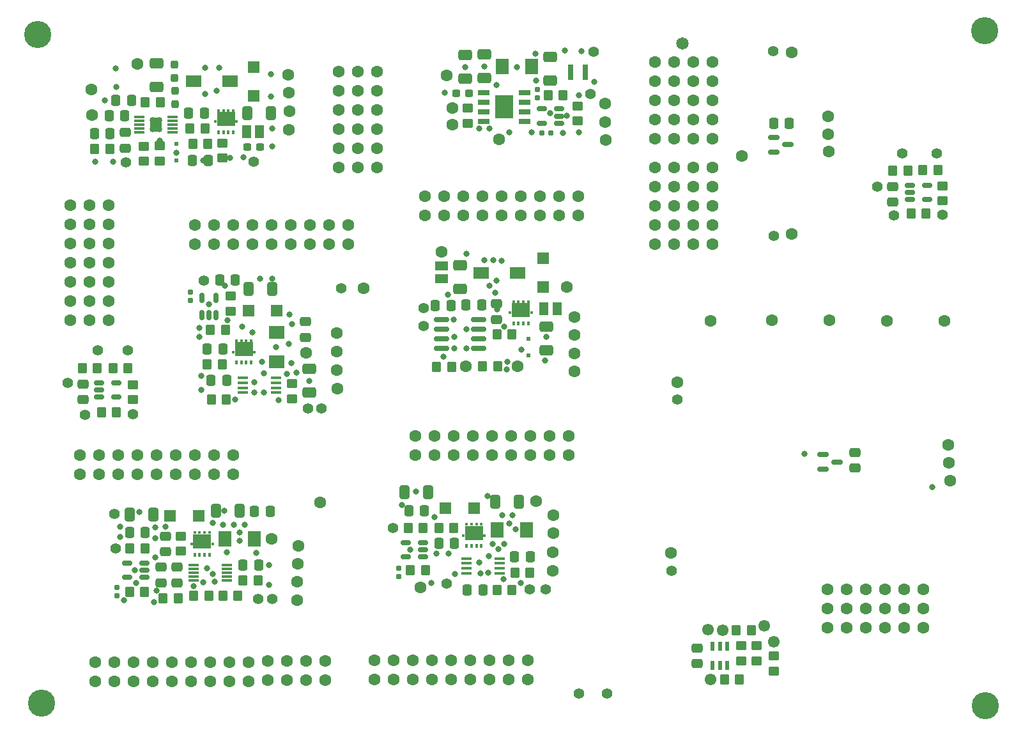
<source format=gbr>
%TF.GenerationSoftware,KiCad,Pcbnew,(6.0.4)*%
%TF.CreationDate,2022-12-17T07:05:36+03:00*%
%TF.ProjectId,Main_PCB_002,4d61696e-5f50-4434-925f-3030322e6b69,rev?*%
%TF.SameCoordinates,Original*%
%TF.FileFunction,Soldermask,Top*%
%TF.FilePolarity,Negative*%
%FSLAX46Y46*%
G04 Gerber Fmt 4.6, Leading zero omitted, Abs format (unit mm)*
G04 Created by KiCad (PCBNEW (6.0.4)) date 2022-12-17 07:05:36*
%MOMM*%
%LPD*%
G01*
G04 APERTURE LIST*
G04 Aperture macros list*
%AMRoundRect*
0 Rectangle with rounded corners*
0 $1 Rounding radius*
0 $2 $3 $4 $5 $6 $7 $8 $9 X,Y pos of 4 corners*
0 Add a 4 corners polygon primitive as box body*
4,1,4,$2,$3,$4,$5,$6,$7,$8,$9,$2,$3,0*
0 Add four circle primitives for the rounded corners*
1,1,$1+$1,$2,$3*
1,1,$1+$1,$4,$5*
1,1,$1+$1,$6,$7*
1,1,$1+$1,$8,$9*
0 Add four rect primitives between the rounded corners*
20,1,$1+$1,$2,$3,$4,$5,0*
20,1,$1+$1,$4,$5,$6,$7,0*
20,1,$1+$1,$6,$7,$8,$9,0*
20,1,$1+$1,$8,$9,$2,$3,0*%
G04 Aperture macros list end*
%ADD10C,1.600000*%
%ADD11C,1.400000*%
%ADD12RoundRect,0.155000X-0.155000X0.212500X-0.155000X-0.212500X0.155000X-0.212500X0.155000X0.212500X0*%
%ADD13C,1.650000*%
%ADD14RoundRect,0.250000X0.337500X0.475000X-0.337500X0.475000X-0.337500X-0.475000X0.337500X-0.475000X0*%
%ADD15RoundRect,0.150000X0.512500X0.150000X-0.512500X0.150000X-0.512500X-0.150000X0.512500X-0.150000X0*%
%ADD16R,1.400000X0.300000*%
%ADD17R,1.570000X1.880000*%
%ADD18RoundRect,0.250000X-0.337500X-0.475000X0.337500X-0.475000X0.337500X0.475000X-0.337500X0.475000X0*%
%ADD19RoundRect,0.250000X-0.350000X-0.450000X0.350000X-0.450000X0.350000X0.450000X-0.350000X0.450000X0*%
%ADD20R,1.200000X1.800000*%
%ADD21R,1.525000X0.650000*%
%ADD22R,2.400000X3.100000*%
%ADD23RoundRect,0.250000X-0.450000X0.350000X-0.450000X-0.350000X0.450000X-0.350000X0.450000X0.350000X0*%
%ADD24R,0.500000X0.500000*%
%ADD25R,1.400000X0.450000*%
%ADD26R,1.530000X1.630000*%
%ADD27R,0.350000X0.500000*%
%ADD28R,0.400000X0.300000*%
%ADD29R,0.380000X0.430000*%
%ADD30R,2.450000X1.980000*%
%ADD31RoundRect,0.250000X-0.412500X-0.650000X0.412500X-0.650000X0.412500X0.650000X-0.412500X0.650000X0*%
%ADD32RoundRect,0.250000X0.475000X-0.337500X0.475000X0.337500X-0.475000X0.337500X-0.475000X-0.337500X0*%
%ADD33RoundRect,0.155000X-0.212500X-0.155000X0.212500X-0.155000X0.212500X0.155000X-0.212500X0.155000X0*%
%ADD34RoundRect,0.250000X0.450000X-0.350000X0.450000X0.350000X-0.450000X0.350000X-0.450000X-0.350000X0*%
%ADD35RoundRect,0.150000X-0.825000X-0.150000X0.825000X-0.150000X0.825000X0.150000X-0.825000X0.150000X0*%
%ADD36R,2.100000X1.800000*%
%ADD37R,2.150000X1.600000*%
%ADD38RoundRect,0.250000X0.350000X0.450000X-0.350000X0.450000X-0.350000X-0.450000X0.350000X-0.450000X0*%
%ADD39RoundRect,0.150000X-0.512500X-0.150000X0.512500X-0.150000X0.512500X0.150000X-0.512500X0.150000X0*%
%ADD40RoundRect,0.250000X-0.650000X0.412500X-0.650000X-0.412500X0.650000X-0.412500X0.650000X0.412500X0*%
%ADD41R,1.630000X1.530000*%
%ADD42RoundRect,0.250000X0.650000X-0.412500X0.650000X0.412500X-0.650000X0.412500X-0.650000X-0.412500X0*%
%ADD43RoundRect,0.250000X-0.475000X0.337500X-0.475000X-0.337500X0.475000X-0.337500X0.475000X0.337500X0*%
%ADD44RoundRect,0.150000X-0.587500X-0.150000X0.587500X-0.150000X0.587500X0.150000X-0.587500X0.150000X0*%
%ADD45R,1.800000X2.100000*%
%ADD46C,1.550000*%
%ADD47R,1.800000X1.200000*%
%ADD48RoundRect,0.237500X0.300000X0.237500X-0.300000X0.237500X-0.300000X-0.237500X0.300000X-0.237500X0*%
%ADD49R,0.600000X1.250000*%
%ADD50C,3.600000*%
%ADD51RoundRect,0.250000X0.412500X0.650000X-0.412500X0.650000X-0.412500X-0.650000X0.412500X-0.650000X0*%
%ADD52RoundRect,0.237500X-0.237500X0.300000X-0.237500X-0.300000X0.237500X-0.300000X0.237500X0.300000X0*%
%ADD53RoundRect,0.237500X0.237500X-0.300000X0.237500X0.300000X-0.237500X0.300000X-0.237500X-0.300000X0*%
%ADD54RoundRect,0.150000X0.150000X-0.512500X0.150000X0.512500X-0.150000X0.512500X-0.150000X-0.512500X0*%
%ADD55R,0.800000X2.000000*%
%ADD56RoundRect,0.155000X0.155000X-0.212500X0.155000X0.212500X-0.155000X0.212500X-0.155000X-0.212500X0*%
%ADD57C,0.800000*%
G04 APERTURE END LIST*
D10*
%TO.C,*%
X137160000Y-113030000D03*
%TD*%
D11*
%TO.C,D104*%
X131927600Y-130810000D03*
%TD*%
D12*
%TO.C,C44*%
X114619200Y-127955453D03*
X114619200Y-129090453D03*
%TD*%
D13*
%TO.C,U3*%
X152222200Y-58470800D03*
%TD*%
D10*
%TO.C,*%
X134620000Y-110490000D03*
%TD*%
%TO.C,D95*%
X171516100Y-68097700D03*
%TD*%
D11*
%TO.C,D11*%
X95361000Y-74142600D03*
%TD*%
D10*
%TO.C,*%
X184150000Y-133350000D03*
%TD*%
D14*
%TO.C,C38*%
X121974700Y-124687553D03*
X119899700Y-124687553D03*
%TD*%
D10*
%TO.C,*%
X179324000Y-95250000D03*
%TD*%
D15*
%TO.C,U6*%
X80900493Y-129180813D03*
X80900493Y-128230813D03*
X80900493Y-127280813D03*
X78625493Y-127280813D03*
X78625493Y-129180813D03*
%TD*%
D16*
%TO.C,IC1*%
X80257800Y-68215000D03*
X80257800Y-68715000D03*
X80257800Y-69215000D03*
X80257800Y-69715000D03*
X80257800Y-70215000D03*
X84657800Y-70215000D03*
X84657800Y-69715000D03*
X84657800Y-69215000D03*
X84657800Y-68715000D03*
X84657800Y-68215000D03*
D17*
X82457800Y-69215000D03*
%TD*%
D10*
%TO.C,*%
X181610000Y-135890000D03*
%TD*%
%TO.C,*%
X81991200Y-140385800D03*
%TD*%
%TO.C,*%
X74371200Y-142925800D03*
%TD*%
%TO.C,*%
X82550000Y-113030000D03*
%TD*%
%TO.C,*%
X84531200Y-140385800D03*
%TD*%
%TO.C,*%
X111760000Y-69850000D03*
%TD*%
%TO.C,*%
X130810000Y-81280000D03*
%TD*%
%TO.C,*%
X151130000Y-82550000D03*
%TD*%
%TO.C,D96*%
X171516100Y-70459900D03*
%TD*%
D18*
%TO.C,C9*%
X86775800Y-67691000D03*
X88850800Y-67691000D03*
%TD*%
D10*
%TO.C,*%
X81991200Y-142925800D03*
%TD*%
%TO.C,*%
X106680000Y-74930000D03*
%TD*%
%TO.C,*%
X71043800Y-82448400D03*
%TD*%
%TO.C,D4*%
X79994000Y-61214000D03*
%TD*%
%TO.C,*%
X85090000Y-115570000D03*
%TD*%
D19*
%TO.C,R35*%
X75191928Y-107330200D03*
X77191928Y-107330200D03*
%TD*%
D10*
%TO.C,*%
X92151200Y-140385800D03*
%TD*%
D20*
%TO.C,L7*%
X133859800Y-93624400D03*
X135559800Y-93624400D03*
%TD*%
D21*
%TO.C,IC2*%
X125850000Y-64953300D03*
X125850000Y-66223300D03*
X125850000Y-67493300D03*
X125850000Y-68763300D03*
X131274000Y-68763300D03*
X131274000Y-67493300D03*
X131274000Y-66223300D03*
X131274000Y-64953300D03*
D22*
X128562000Y-66858300D03*
%TD*%
D23*
%TO.C,R33*%
X186690000Y-77305850D03*
X186690000Y-79305850D03*
%TD*%
D19*
%TO.C,R14*%
X83380293Y-131939213D03*
X85380293Y-131939213D03*
%TD*%
D10*
%TO.C,*%
X156210000Y-68580000D03*
%TD*%
%TO.C,D65*%
X101153693Y-132202613D03*
%TD*%
%TO.C,*%
X95250000Y-85090000D03*
%TD*%
%TO.C,*%
X109220000Y-74930000D03*
%TD*%
D24*
%TO.C,Z1*%
X85175600Y-73998000D03*
X85175600Y-71798000D03*
%TD*%
D25*
%TO.C,IC5*%
X123588600Y-126684353D03*
X123588600Y-127334353D03*
X123588600Y-127984353D03*
X123588600Y-128634353D03*
X127988600Y-128634353D03*
X127988600Y-127984353D03*
X127988600Y-127334353D03*
X127988600Y-126684353D03*
%TD*%
D10*
%TO.C,*%
X173990000Y-133350000D03*
%TD*%
%TO.C,*%
X153670000Y-71120000D03*
%TD*%
D26*
%TO.C,D45*%
X120810200Y-120013953D03*
X124610200Y-120013953D03*
%TD*%
D11*
%TO.C,D14*%
X150777000Y-128306000D03*
%TD*%
D10*
%TO.C,*%
X132080000Y-110490000D03*
%TD*%
%TO.C,*%
X80010000Y-113030000D03*
%TD*%
D27*
%TO.C,Q5*%
X93106600Y-100732900D03*
X93756600Y-100732900D03*
X94406600Y-100732900D03*
X95056600Y-100732900D03*
D28*
X95056600Y-97832900D03*
X94406600Y-97832900D03*
X93756600Y-97832900D03*
X93106600Y-97832900D03*
D29*
X92666600Y-99332900D03*
D30*
X94081600Y-98972900D03*
D29*
X95496600Y-99332900D03*
%TD*%
D10*
%TO.C,D62*%
X101269800Y-124993400D03*
%TD*%
%TO.C,*%
X71043800Y-95148400D03*
%TD*%
%TO.C,*%
X71043800Y-92608400D03*
%TD*%
%TO.C,*%
X95250000Y-82550000D03*
%TD*%
%TO.C,*%
X111760000Y-64770000D03*
%TD*%
D19*
%TO.C,R39*%
X159299400Y-136210800D03*
X161299400Y-136210800D03*
%TD*%
D10*
%TO.C,*%
X164084000Y-95123000D03*
%TD*%
%TO.C,*%
X171450000Y-130810000D03*
%TD*%
D31*
%TO.C,C41*%
X94716600Y-90983200D03*
X97841600Y-90983200D03*
%TD*%
D11*
%TO.C,D101*%
X97826293Y-132024813D03*
%TD*%
D10*
%TO.C,*%
X97790000Y-85090000D03*
%TD*%
D18*
%TO.C,C1*%
X74286800Y-70383400D03*
X76361800Y-70383400D03*
%TD*%
D32*
%TO.C,C37*%
X102260400Y-97409400D03*
X102260400Y-95334400D03*
%TD*%
D10*
%TO.C,*%
X129133600Y-140182600D03*
%TD*%
D18*
%TO.C,C3*%
X77131600Y-65963800D03*
X79206600Y-65963800D03*
%TD*%
D33*
%TO.C,C22*%
X133607900Y-70346800D03*
X134742900Y-70346800D03*
%TD*%
D10*
%TO.C,*%
X138430000Y-81280000D03*
%TD*%
%TO.C,D2*%
X127863600Y-71170800D03*
%TD*%
%TO.C,*%
X135890000Y-78740000D03*
%TD*%
D19*
%TO.C,R3*%
X74311000Y-72440800D03*
X76311000Y-72440800D03*
%TD*%
D10*
%TO.C,*%
X87630000Y-85090000D03*
%TD*%
%TO.C,*%
X151130000Y-80010000D03*
%TD*%
%TO.C,*%
X106680000Y-72390000D03*
%TD*%
%TO.C,*%
X156210000Y-77470000D03*
%TD*%
%TO.C,*%
X173990000Y-130810000D03*
%TD*%
%TO.C,*%
X85090000Y-113030000D03*
%TD*%
D32*
%TO.C,C23*%
X83084893Y-129881813D03*
X83084893Y-127806813D03*
%TD*%
D23*
%TO.C,R24*%
X100431600Y-103546800D03*
X100431600Y-105546800D03*
%TD*%
D10*
%TO.C,*%
X153670000Y-66040000D03*
%TD*%
%TO.C,*%
X76123800Y-84988400D03*
%TD*%
D11*
%TO.C,D107*%
X117906800Y-95859600D03*
%TD*%
D10*
%TO.C,*%
X118973600Y-142722600D03*
%TD*%
D12*
%TO.C,C31*%
X77268293Y-130482713D03*
X77268293Y-131617713D03*
%TD*%
D34*
%TO.C,R40*%
X159994600Y-140258800D03*
X159994600Y-138258800D03*
%TD*%
D11*
%TO.C,D13*%
X140423800Y-59551800D03*
%TD*%
D10*
%TO.C,D98*%
X121742200Y-67005200D03*
%TD*%
%TO.C,*%
X99796600Y-140284200D03*
%TD*%
D35*
%TO.C,D20*%
X120257800Y-95066600D03*
X120257800Y-96336600D03*
X120257800Y-97606600D03*
X120257800Y-98876600D03*
X125207800Y-98876600D03*
X125207800Y-97606600D03*
X125207800Y-96336600D03*
X125207800Y-95066600D03*
%TD*%
D36*
%TO.C,L10*%
X98399600Y-100604000D03*
X98399600Y-96704000D03*
%TD*%
D10*
%TO.C,*%
X76123800Y-90068400D03*
%TD*%
%TO.C,D80*%
X135077200Y-123317000D03*
%TD*%
%TO.C,*%
X111760000Y-72390000D03*
%TD*%
%TO.C,*%
X92710000Y-113030000D03*
%TD*%
D34*
%TO.C,R29*%
X92354400Y-93913600D03*
X92354400Y-91913600D03*
%TD*%
D23*
%TO.C,R10*%
X138315600Y-66746600D03*
X138315600Y-68746600D03*
%TD*%
D37*
%TO.C,L6*%
X125527400Y-88874600D03*
X130327400Y-88874600D03*
%TD*%
D11*
%TO.C,D79*%
X72991528Y-107635000D03*
%TD*%
D10*
%TO.C,*%
X137160000Y-110490000D03*
%TD*%
%TO.C,D41*%
X117482800Y-130479800D03*
%TD*%
D38*
%TO.C,R26*%
X91236800Y-100990800D03*
X89236800Y-100990800D03*
%TD*%
D10*
%TO.C,*%
X153670000Y-85090000D03*
%TD*%
%TO.C,*%
X125730000Y-81280000D03*
%TD*%
D39*
%TO.C,U14*%
X182352100Y-77228850D03*
X182352100Y-78178850D03*
X182352100Y-79128850D03*
X184627100Y-79128850D03*
X184627100Y-77228850D03*
%TD*%
D37*
%TO.C,L2*%
X87449200Y-63449200D03*
X92249200Y-63449200D03*
%TD*%
D11*
%TO.C,D102*%
X102539800Y-106807000D03*
%TD*%
D10*
%TO.C,D57*%
X166686200Y-83728200D03*
%TD*%
D11*
%TO.C,D39*%
X77065093Y-125386013D03*
%TD*%
D18*
%TO.C,C25*%
X93981493Y-127570413D03*
X96056493Y-127570413D03*
%TD*%
D10*
%TO.C,*%
X123190000Y-78740000D03*
%TD*%
%TO.C,*%
X128270000Y-78740000D03*
%TD*%
%TO.C,*%
X100330000Y-82550000D03*
%TD*%
D40*
%TO.C,C21*%
X134137400Y-95962200D03*
X134137400Y-99087200D03*
%TD*%
D18*
%TO.C,C32*%
X89720600Y-103124400D03*
X91795600Y-103124400D03*
%TD*%
D10*
%TO.C,*%
X129540000Y-110490000D03*
%TD*%
%TO.C,D75*%
X137924300Y-97104200D03*
%TD*%
%TO.C,*%
X148590000Y-80010000D03*
%TD*%
D11*
%TO.C,D40*%
X76912693Y-120788613D03*
%TD*%
D10*
%TO.C,*%
X79451200Y-142925800D03*
%TD*%
%TO.C,*%
X73583800Y-92608400D03*
%TD*%
%TO.C,*%
X111760000Y-74930000D03*
%TD*%
D25*
%TO.C,IC4*%
X93944000Y-102784400D03*
X93944000Y-103434400D03*
X93944000Y-104084400D03*
X93944000Y-104734400D03*
X98344000Y-104734400D03*
X98344000Y-104084400D03*
X98344000Y-103434400D03*
X98344000Y-102784400D03*
%TD*%
D10*
%TO.C,*%
X106680000Y-64770000D03*
%TD*%
%TO.C,*%
X109220000Y-69850000D03*
%TD*%
D41*
%TO.C,D21*%
X133756400Y-90723800D03*
X133756400Y-86923800D03*
%TD*%
D10*
%TO.C,*%
X156210000Y-66040000D03*
%TD*%
%TO.C,*%
X156210000Y-85090000D03*
%TD*%
%TO.C,*%
X179070000Y-130810000D03*
%TD*%
%TO.C,*%
X90170000Y-85090000D03*
%TD*%
%TO.C,*%
X176530000Y-130810000D03*
%TD*%
D40*
%TO.C,C35*%
X102768400Y-101574200D03*
X102768400Y-104699200D03*
%TD*%
D10*
%TO.C,*%
X148590000Y-63500000D03*
%TD*%
%TO.C,*%
X148590000Y-68580000D03*
%TD*%
D42*
%TO.C,C7*%
X123380400Y-63107800D03*
X123380400Y-59982800D03*
%TD*%
D10*
%TO.C,*%
X138430000Y-78740000D03*
%TD*%
%TO.C,*%
X99796600Y-142824200D03*
%TD*%
%TO.C,*%
X121920000Y-113030000D03*
%TD*%
%TO.C,*%
X102336600Y-140284200D03*
%TD*%
%TO.C,D37*%
X104176293Y-119274013D03*
%TD*%
%TO.C,*%
X109220000Y-64770000D03*
%TD*%
%TO.C,*%
X176530000Y-133350000D03*
%TD*%
D43*
%TO.C,C61*%
X154178000Y-138526100D03*
X154178000Y-140601100D03*
%TD*%
D23*
%TO.C,R1*%
X82965800Y-72050400D03*
X82965800Y-74050400D03*
%TD*%
D41*
%TO.C,D12*%
X95411800Y-65400000D03*
X95411800Y-61600000D03*
%TD*%
D10*
%TO.C,*%
X124460000Y-113030000D03*
%TD*%
D32*
%TO.C,C19*%
X127584200Y-95021400D03*
X127584200Y-92946400D03*
%TD*%
D10*
%TO.C,*%
X92710000Y-85090000D03*
%TD*%
D19*
%TO.C,R21*%
X89770200Y-105613600D03*
X91770200Y-105613600D03*
%TD*%
D10*
%TO.C,*%
X102336600Y-142824200D03*
%TD*%
%TO.C,*%
X73583800Y-87528400D03*
%TD*%
%TO.C,D5*%
X120942000Y-62726800D03*
%TD*%
%TO.C,D68*%
X100085400Y-67411600D03*
%TD*%
%TO.C,*%
X73583800Y-79908400D03*
%TD*%
%TO.C,*%
X100330000Y-85090000D03*
%TD*%
D11*
%TO.C,D51*%
X113825200Y-122605800D03*
%TD*%
D10*
%TO.C,*%
X97256600Y-142824200D03*
%TD*%
%TO.C,*%
X151130000Y-77470000D03*
%TD*%
%TO.C,*%
X87071200Y-142925800D03*
%TD*%
%TO.C,D92*%
X187450800Y-111641200D03*
%TD*%
%TO.C,*%
X76123800Y-95148400D03*
%TD*%
D44*
%TO.C,U22*%
X170782200Y-112941600D03*
X170782200Y-114841600D03*
X172657200Y-113891600D03*
%TD*%
D40*
%TO.C,C18*%
X122758200Y-87820100D03*
X122758200Y-90945100D03*
%TD*%
D32*
%TO.C,C24*%
X85243893Y-129903313D03*
X85243893Y-127828313D03*
%TD*%
D10*
%TO.C,D23*%
X136906000Y-90703400D03*
%TD*%
D11*
%TO.C,D71*%
X186613800Y-81176050D03*
%TD*%
D31*
%TO.C,C13*%
X94535100Y-67665600D03*
X97660100Y-67665600D03*
%TD*%
D45*
%TO.C,L3*%
X128313800Y-61533000D03*
X132213800Y-61533000D03*
%TD*%
D10*
%TO.C,*%
X113893600Y-142722600D03*
%TD*%
%TO.C,D44*%
X109956600Y-90932000D03*
%TD*%
%TO.C,*%
X72390000Y-115570000D03*
%TD*%
%TO.C,D97*%
X171541500Y-72796700D03*
%TD*%
%TO.C,D50*%
X150677000Y-125956000D03*
%TD*%
%TO.C,D17*%
X73923400Y-67919600D03*
%TD*%
D11*
%TO.C,D89*%
X70781728Y-103393200D03*
%TD*%
D10*
%TO.C,*%
X135890000Y-81280000D03*
%TD*%
%TO.C,*%
X106680000Y-67310000D03*
%TD*%
%TO.C,*%
X71043800Y-79908400D03*
%TD*%
%TO.C,*%
X89611200Y-142925800D03*
%TD*%
D19*
%TO.C,R16*%
X91289093Y-131583613D03*
X93289093Y-131583613D03*
%TD*%
D10*
%TO.C,*%
X92710000Y-82550000D03*
%TD*%
D11*
%TO.C,D78*%
X181279800Y-72997250D03*
%TD*%
D46*
%TO.C,U27*%
X164287200Y-137734800D03*
%TD*%
D10*
%TO.C,D58*%
X151550200Y-103310000D03*
%TD*%
D27*
%TO.C,Q2*%
X129809600Y-95550900D03*
X130459600Y-95550900D03*
X131109600Y-95550900D03*
X131759600Y-95550900D03*
D28*
X131759600Y-92650900D03*
X131109600Y-92650900D03*
X130459600Y-92650900D03*
X129809600Y-92650900D03*
D29*
X129369600Y-94150900D03*
D30*
X130784600Y-93790900D03*
D29*
X132199600Y-94150900D03*
%TD*%
D10*
%TO.C,*%
X129540000Y-113030000D03*
%TD*%
%TO.C,*%
X94691200Y-140385800D03*
%TD*%
D19*
%TO.C,R4*%
X81026000Y-66294000D03*
X83026000Y-66294000D03*
%TD*%
D10*
%TO.C,*%
X111760000Y-67310000D03*
%TD*%
%TO.C,D67*%
X100034600Y-64973200D03*
%TD*%
D27*
%TO.C,Q1*%
X90728400Y-70234000D03*
X91378400Y-70234000D03*
X92028400Y-70234000D03*
X92678400Y-70234000D03*
D28*
X92678400Y-67334000D03*
X92028400Y-67334000D03*
X91378400Y-67334000D03*
X90728400Y-67334000D03*
D29*
X90288400Y-68834000D03*
D30*
X91703400Y-68474000D03*
D29*
X93118400Y-68834000D03*
%TD*%
D10*
%TO.C,*%
X104876600Y-142824200D03*
%TD*%
D19*
%TO.C,R13*%
X125685800Y-101244400D03*
X127685800Y-101244400D03*
%TD*%
D10*
%TO.C,*%
X156210000Y-82550000D03*
%TD*%
D19*
%TO.C,R15*%
X87428293Y-131583613D03*
X89428293Y-131583613D03*
%TD*%
D10*
%TO.C,*%
X76123800Y-82448400D03*
%TD*%
%TO.C,*%
X179070000Y-135890000D03*
%TD*%
%TO.C,*%
X116840000Y-113030000D03*
%TD*%
%TO.C,D69*%
X100034600Y-69875400D03*
%TD*%
D11*
%TO.C,D8*%
X164276200Y-83916000D03*
%TD*%
D46*
%TO.C,U25*%
X155575000Y-136134600D03*
%TD*%
D10*
%TO.C,*%
X92151200Y-142925800D03*
%TD*%
%TO.C,D42*%
X132799000Y-119126000D03*
%TD*%
%TO.C,*%
X134620000Y-113030000D03*
%TD*%
D38*
%TO.C,R11*%
X129600200Y-97016700D03*
X127600200Y-97016700D03*
%TD*%
D10*
%TO.C,*%
X156210000Y-80010000D03*
%TD*%
%TO.C,D81*%
X135026400Y-125831600D03*
%TD*%
%TO.C,*%
X153670000Y-74930000D03*
%TD*%
D19*
%TO.C,R28*%
X116152600Y-128268953D03*
X118152600Y-128268953D03*
%TD*%
D47*
%TO.C,L5*%
X120294400Y-87910300D03*
X120294400Y-89610300D03*
%TD*%
D34*
%TO.C,R5*%
X123736000Y-69010000D03*
X123736000Y-67010000D03*
%TD*%
D40*
%TO.C,C8*%
X82534000Y-61061600D03*
X82534000Y-64186600D03*
%TD*%
D19*
%TO.C,R12*%
X119640600Y-101295200D03*
X121640600Y-101295200D03*
%TD*%
D10*
%TO.C,*%
X151130000Y-66040000D03*
%TD*%
D18*
%TO.C,C4*%
X76217200Y-68021200D03*
X78292200Y-68021200D03*
%TD*%
D10*
%TO.C,*%
X89611200Y-140385800D03*
%TD*%
%TO.C,*%
X73583800Y-84988400D03*
%TD*%
D46*
%TO.C,U28*%
X163068000Y-135601200D03*
%TD*%
D10*
%TO.C,D85*%
X106426000Y-99263200D03*
%TD*%
D45*
%TO.C,L9*%
X131548600Y-122934953D03*
X127648600Y-122934953D03*
%TD*%
D10*
%TO.C,*%
X121513600Y-140182600D03*
%TD*%
%TO.C,*%
X156210000Y-60960000D03*
%TD*%
%TO.C,D82*%
X135026400Y-128346200D03*
%TD*%
D44*
%TO.C,U23*%
X164300900Y-70932300D03*
X164300900Y-72832300D03*
X166175900Y-71882300D03*
%TD*%
D15*
%TO.C,U1*%
X135846300Y-69036200D03*
X135846300Y-68086200D03*
X135846300Y-67136200D03*
X133571300Y-67136200D03*
X133571300Y-69036200D03*
%TD*%
D10*
%TO.C,D99*%
X121716800Y-69189600D03*
%TD*%
%TO.C,*%
X148590000Y-66040000D03*
%TD*%
%TO.C,*%
X74930000Y-115570000D03*
%TD*%
D34*
%TO.C,R2*%
X80857600Y-74085200D03*
X80857600Y-72085200D03*
%TD*%
D14*
%TO.C,C20*%
X125573700Y-93065600D03*
X123498700Y-93065600D03*
%TD*%
%TO.C,C39*%
X91287600Y-98908000D03*
X89212600Y-98908000D03*
%TD*%
D10*
%TO.C,*%
X111353600Y-142722600D03*
%TD*%
D26*
%TO.C,D46*%
X94670800Y-93853400D03*
X98470800Y-93853400D03*
%TD*%
D10*
%TO.C,D36*%
X97750093Y-124074613D03*
%TD*%
%TO.C,*%
X77470000Y-113030000D03*
%TD*%
%TO.C,*%
X107950000Y-82550000D03*
%TD*%
D11*
%TO.C,D53*%
X88747600Y-89916400D03*
%TD*%
D48*
%TO.C,C6*%
X123938100Y-65038200D03*
X122213100Y-65038200D03*
%TD*%
D10*
%TO.C,*%
X184150000Y-130810000D03*
%TD*%
D32*
%TO.C,C51*%
X180086000Y-79470350D03*
X180086000Y-77395350D03*
%TD*%
D10*
%TO.C,*%
X97790000Y-82550000D03*
%TD*%
D19*
%TO.C,R17*%
X93981493Y-129602413D03*
X95981493Y-129602413D03*
%TD*%
D11*
%TO.C,D72*%
X178028600Y-77416850D03*
%TD*%
D19*
%TO.C,R31*%
X182473600Y-81023650D03*
X184473600Y-81023650D03*
%TD*%
D10*
%TO.C,*%
X133350000Y-81280000D03*
%TD*%
%TO.C,*%
X87630000Y-82550000D03*
%TD*%
D19*
%TO.C,R7*%
X87315800Y-71771000D03*
X89315800Y-71771000D03*
%TD*%
%TO.C,R20*%
X78925893Y-131075613D03*
X80925893Y-131075613D03*
%TD*%
D11*
%TO.C,D100*%
X95972093Y-132024813D03*
%TD*%
D49*
%TO.C,IC6*%
X156199800Y-140813600D03*
X157149800Y-140813600D03*
X158099800Y-140813600D03*
X158099800Y-138313600D03*
X157149800Y-138313600D03*
X156199800Y-138313600D03*
%TD*%
D10*
%TO.C,*%
X105410000Y-85090000D03*
%TD*%
%TO.C,D66*%
X99983800Y-62611000D03*
%TD*%
%TO.C,*%
X105410000Y-82550000D03*
%TD*%
D50*
%TO.C,U4*%
X67259200Y-145872200D03*
%TD*%
D10*
%TO.C,*%
X104876600Y-140284200D03*
%TD*%
%TO.C,*%
X76911200Y-140385800D03*
%TD*%
D14*
%TO.C,C30*%
X80998193Y-123201613D03*
X78923193Y-123201613D03*
%TD*%
D10*
%TO.C,*%
X148590000Y-82550000D03*
%TD*%
%TO.C,*%
X109220000Y-62230000D03*
%TD*%
D50*
%TO.C,D3*%
X192250000Y-56800000D03*
%TD*%
D11*
%TO.C,D15*%
X151550200Y-105596000D03*
%TD*%
D10*
%TO.C,*%
X113893600Y-140182600D03*
%TD*%
D18*
%TO.C,C17*%
X119438600Y-93167200D03*
X121513600Y-93167200D03*
%TD*%
D10*
%TO.C,*%
X121920000Y-110490000D03*
%TD*%
D51*
%TO.C,C40*%
X118498800Y-117880353D03*
X115373800Y-117880353D03*
%TD*%
D11*
%TO.C,D10*%
X142220200Y-144529600D03*
%TD*%
D10*
%TO.C,*%
X171450000Y-135890000D03*
%TD*%
D39*
%TO.C,U21*%
X74876628Y-103408400D03*
X74876628Y-104358400D03*
X74876628Y-105308400D03*
X77151628Y-105308400D03*
X77151628Y-103408400D03*
%TD*%
D10*
%TO.C,*%
X123190000Y-81280000D03*
%TD*%
%TO.C,*%
X173990000Y-135890000D03*
%TD*%
%TO.C,*%
X116433600Y-140182600D03*
%TD*%
D14*
%TO.C,C42*%
X118016200Y-120394953D03*
X115941200Y-120394953D03*
%TD*%
D10*
%TO.C,D76*%
X137922000Y-99517200D03*
%TD*%
%TO.C,*%
X148590000Y-77470000D03*
%TD*%
D52*
%TO.C,C5*%
X84921600Y-61290200D03*
X84921600Y-63015200D03*
%TD*%
D10*
%TO.C,*%
X148590000Y-85090000D03*
%TD*%
%TO.C,*%
X156210000Y-71120000D03*
%TD*%
D53*
%TO.C,C12*%
X84947000Y-66470700D03*
X84947000Y-64745700D03*
%TD*%
D19*
%TO.C,R6*%
X86953600Y-69748400D03*
X88953600Y-69748400D03*
%TD*%
D10*
%TO.C,D1*%
X73898000Y-64592200D03*
%TD*%
D54*
%TO.C,U8*%
X88508800Y-94432100D03*
X89458800Y-94432100D03*
X90408800Y-94432100D03*
X90408800Y-92157100D03*
X88508800Y-92157100D03*
%TD*%
D26*
%TO.C,D38*%
X84314093Y-120991813D03*
X88114093Y-120991813D03*
%TD*%
D42*
%TO.C,C16*%
X134658000Y-63361800D03*
X134658000Y-60236800D03*
%TD*%
D51*
%TO.C,C29*%
X82056593Y-120864813D03*
X78931593Y-120864813D03*
%TD*%
D10*
%TO.C,*%
X148590000Y-71120000D03*
%TD*%
%TO.C,D55*%
X166686200Y-59649000D03*
%TD*%
%TO.C,*%
X102870000Y-82550000D03*
%TD*%
%TO.C,*%
X102870000Y-85090000D03*
%TD*%
%TO.C,*%
X73583800Y-82448400D03*
%TD*%
%TO.C,*%
X181610000Y-130810000D03*
%TD*%
%TO.C,*%
X128270000Y-81280000D03*
%TD*%
D38*
%TO.C,R25*%
X121923900Y-122655553D03*
X119923900Y-122655553D03*
%TD*%
D10*
%TO.C,*%
X133350000Y-78740000D03*
%TD*%
%TO.C,*%
X121513600Y-142722600D03*
%TD*%
%TO.C,*%
X84531200Y-142925800D03*
%TD*%
D11*
%TO.C,D73*%
X185877200Y-72997250D03*
%TD*%
D10*
%TO.C,*%
X73583800Y-90068400D03*
%TD*%
D11*
%TO.C,D54*%
X106984800Y-90932000D03*
%TD*%
D32*
%TO.C,C58*%
X72762928Y-105649900D03*
X72762928Y-103574900D03*
%TD*%
D10*
%TO.C,*%
X124053600Y-140182600D03*
%TD*%
D20*
%TO.C,L1*%
X96172000Y-70129400D03*
X94472000Y-70129400D03*
%TD*%
D23*
%TO.C,R37*%
X79341528Y-103663200D03*
X79341528Y-105663200D03*
%TD*%
D10*
%TO.C,D19*%
X130327400Y-101258500D03*
%TD*%
%TO.C,*%
X120650000Y-78740000D03*
%TD*%
%TO.C,*%
X130810000Y-78740000D03*
%TD*%
%TO.C,*%
X87071200Y-140385800D03*
%TD*%
%TO.C,*%
X153670000Y-80010000D03*
%TD*%
D11*
%TO.C,D7*%
X164226200Y-59466000D03*
%TD*%
%TO.C,D90*%
X78706528Y-99075200D03*
%TD*%
D10*
%TO.C,*%
X186944000Y-95250000D03*
%TD*%
%TO.C,*%
X148590000Y-74930000D03*
%TD*%
D43*
%TO.C,C59*%
X175095600Y-112625500D03*
X175095600Y-114700500D03*
%TD*%
D38*
%TO.C,R9*%
X136378600Y-65343000D03*
X134378600Y-65343000D03*
%TD*%
D11*
%TO.C,D52*%
X120937200Y-129971800D03*
%TD*%
D19*
%TO.C,R34*%
X184039000Y-75232450D03*
X186039000Y-75232450D03*
%TD*%
D16*
%TO.C,IC3*%
X87463493Y-127586413D03*
X87463493Y-128086413D03*
X87463493Y-128586413D03*
X87463493Y-129086413D03*
X87463493Y-129586413D03*
X91863493Y-129586413D03*
X91863493Y-129086413D03*
X91863493Y-128586413D03*
X91863493Y-128086413D03*
X91863493Y-127586413D03*
%TD*%
D10*
%TO.C,*%
X148590000Y-60960000D03*
%TD*%
D32*
%TO.C,C2*%
X78343000Y-72339200D03*
X78343000Y-70264200D03*
%TD*%
%TO.C,C28*%
X83669093Y-125788513D03*
X83669093Y-123713513D03*
%TD*%
D10*
%TO.C,*%
X97256600Y-140284200D03*
%TD*%
%TO.C,*%
X119380000Y-113030000D03*
%TD*%
D19*
%TO.C,R23*%
X129995600Y-128599153D03*
X131995600Y-128599153D03*
%TD*%
D10*
%TO.C,*%
X74930000Y-113030000D03*
%TD*%
%TO.C,*%
X153670000Y-82550000D03*
%TD*%
%TO.C,*%
X109220000Y-72390000D03*
%TD*%
%TO.C,*%
X90170000Y-82550000D03*
%TD*%
D51*
%TO.C,C34*%
X130538400Y-119201153D03*
X127413400Y-119201153D03*
%TD*%
D38*
%TO.C,R27*%
X117838400Y-122630153D03*
X115838400Y-122630153D03*
%TD*%
D10*
%TO.C,*%
X111353600Y-140182600D03*
%TD*%
D11*
%TO.C,D106*%
X117906800Y-93497400D03*
%TD*%
D10*
%TO.C,*%
X94691200Y-142925800D03*
%TD*%
D18*
%TO.C,C27*%
X95509393Y-120433013D03*
X97584393Y-120433013D03*
%TD*%
D24*
%TO.C,Z2*%
X131826000Y-97604400D03*
X131826000Y-99804400D03*
%TD*%
D10*
%TO.C,*%
X127000000Y-113030000D03*
%TD*%
%TO.C,*%
X87630000Y-113030000D03*
%TD*%
D18*
%TO.C,C60*%
X164273200Y-69037500D03*
X166348200Y-69037500D03*
%TD*%
D10*
%TO.C,*%
X132080000Y-113030000D03*
%TD*%
D45*
%TO.C,L8*%
X95448893Y-124090613D03*
X91548893Y-124090613D03*
%TD*%
D10*
%TO.C,D74*%
X137922000Y-94716600D03*
%TD*%
%TO.C,*%
X176530000Y-135890000D03*
%TD*%
%TO.C,*%
X127000000Y-110490000D03*
%TD*%
%TO.C,*%
X116433600Y-142722600D03*
%TD*%
%TO.C,*%
X184150000Y-135890000D03*
%TD*%
%TO.C,*%
X71043800Y-84988400D03*
%TD*%
D50*
%TO.C,U2*%
X192328800Y-146202400D03*
%TD*%
D10*
%TO.C,D64*%
X101153693Y-129738813D03*
%TD*%
%TO.C,*%
X171450000Y-133350000D03*
%TD*%
%TO.C,*%
X82550000Y-115570000D03*
%TD*%
%TO.C,*%
X179070000Y-133350000D03*
%TD*%
D40*
%TO.C,C15*%
X125945800Y-59945100D03*
X125945800Y-63070100D03*
%TD*%
D10*
%TO.C,*%
X90170000Y-113030000D03*
%TD*%
%TO.C,*%
X156210000Y-63500000D03*
%TD*%
%TO.C,D18*%
X120294400Y-86055200D03*
%TD*%
D38*
%TO.C,R30*%
X91617800Y-96418800D03*
X89617800Y-96418800D03*
%TD*%
D10*
%TO.C,*%
X156210000Y-74930000D03*
%TD*%
%TO.C,D94*%
X187628600Y-116340200D03*
%TD*%
%TO.C,*%
X155956000Y-95250000D03*
%TD*%
D14*
%TO.C,C33*%
X125737800Y-130834353D03*
X123662800Y-130834353D03*
%TD*%
D10*
%TO.C,*%
X90170000Y-115570000D03*
%TD*%
%TO.C,*%
X72390000Y-113030000D03*
%TD*%
%TO.C,*%
X124460000Y-110490000D03*
%TD*%
%TO.C,D59*%
X141967400Y-66409800D03*
%TD*%
D11*
%TO.C,D6*%
X78470000Y-74193400D03*
%TD*%
D10*
%TO.C,*%
X92710000Y-115570000D03*
%TD*%
%TO.C,*%
X80010000Y-115570000D03*
%TD*%
%TO.C,*%
X79451200Y-140385800D03*
%TD*%
%TO.C,*%
X109220000Y-67310000D03*
%TD*%
D23*
%TO.C,R42*%
X162026600Y-138242800D03*
X162026600Y-140242800D03*
%TD*%
D10*
%TO.C,*%
X153670000Y-68580000D03*
%TD*%
D19*
%TO.C,R41*%
X157750000Y-142738600D03*
X159750000Y-142738600D03*
%TD*%
D10*
%TO.C,*%
X74371200Y-140385800D03*
%TD*%
D23*
%TO.C,R8*%
X91271600Y-71644000D03*
X91271600Y-73644000D03*
%TD*%
D10*
%TO.C,D56*%
X160082200Y-73365000D03*
%TD*%
D50*
%TO.C,U5*%
X66800000Y-57300000D03*
%TD*%
D10*
%TO.C,*%
X87630000Y-115570000D03*
%TD*%
D11*
%TO.C,D103*%
X104343200Y-106807000D03*
%TD*%
D10*
%TO.C,*%
X129133600Y-142722600D03*
%TD*%
%TO.C,*%
X153670000Y-77470000D03*
%TD*%
%TO.C,*%
X73583800Y-95148400D03*
%TD*%
%TO.C,*%
X181610000Y-133350000D03*
%TD*%
%TO.C,*%
X106680000Y-69850000D03*
%TD*%
%TO.C,D84*%
X106426000Y-96824800D03*
%TD*%
D18*
%TO.C,C36*%
X129958100Y-126465553D03*
X132033100Y-126465553D03*
%TD*%
D48*
%TO.C,C10*%
X96223500Y-72161400D03*
X94498500Y-72161400D03*
%TD*%
D10*
%TO.C,*%
X151130000Y-74930000D03*
%TD*%
D11*
%TO.C,D105*%
X134035800Y-130810000D03*
%TD*%
D10*
%TO.C,D87*%
X106476800Y-104165400D03*
%TD*%
%TO.C,D60*%
X141967400Y-68884800D03*
%TD*%
D27*
%TO.C,Q3*%
X87570893Y-126169513D03*
X88220893Y-126169513D03*
X88870893Y-126169513D03*
X89520893Y-126169513D03*
D28*
X89520893Y-123269513D03*
X88870893Y-123269513D03*
X88220893Y-123269513D03*
X87570893Y-123269513D03*
D29*
X87130893Y-124769513D03*
D30*
X88545893Y-124409513D03*
D29*
X89960893Y-124769513D03*
%TD*%
D10*
%TO.C,*%
X151130000Y-71120000D03*
%TD*%
%TO.C,*%
X118110000Y-78740000D03*
%TD*%
D15*
%TO.C,U7*%
X117839500Y-126475753D03*
X117839500Y-125525753D03*
X117839500Y-124575753D03*
X115564500Y-124575753D03*
X115564500Y-126475753D03*
%TD*%
D11*
%TO.C,D70*%
X180213000Y-81226850D03*
%TD*%
D10*
%TO.C,*%
X107950000Y-85090000D03*
%TD*%
%TO.C,*%
X125730000Y-78740000D03*
%TD*%
D46*
%TO.C,U24*%
X157505400Y-136160000D03*
%TD*%
D10*
%TO.C,*%
X76911200Y-142925800D03*
%TD*%
%TO.C,*%
X106680000Y-62230000D03*
%TD*%
D34*
%TO.C,R18*%
X85751893Y-125709613D03*
X85751893Y-123709613D03*
%TD*%
D10*
%TO.C,*%
X76123800Y-92608400D03*
%TD*%
%TO.C,D86*%
X106426000Y-101752400D03*
%TD*%
D19*
%TO.C,R32*%
X180041800Y-75283250D03*
X182041800Y-75283250D03*
%TD*%
D10*
%TO.C,*%
X171704000Y-95123000D03*
%TD*%
%TO.C,*%
X151130000Y-63500000D03*
%TD*%
D19*
%TO.C,R36*%
X72677328Y-101513600D03*
X74677328Y-101513600D03*
%TD*%
D10*
%TO.C,*%
X77470000Y-115570000D03*
%TD*%
%TO.C,*%
X153670000Y-60960000D03*
%TD*%
%TO.C,*%
X151130000Y-68580000D03*
%TD*%
%TO.C,*%
X111760000Y-62230000D03*
%TD*%
D19*
%TO.C,R38*%
X76725328Y-101513600D03*
X78725328Y-101513600D03*
%TD*%
D55*
%TO.C,L4*%
X137341000Y-62244200D03*
X139341000Y-62244200D03*
%TD*%
D46*
%TO.C,U26*%
X155905200Y-142713200D03*
%TD*%
D11*
%TO.C,D91*%
X74693328Y-99075200D03*
%TD*%
D18*
%TO.C,C11*%
X87266200Y-73964800D03*
X89341200Y-73964800D03*
%TD*%
D10*
%TO.C,*%
X118973600Y-140182600D03*
%TD*%
%TO.C,*%
X116840000Y-110490000D03*
%TD*%
%TO.C,*%
X120650000Y-81280000D03*
%TD*%
%TO.C,*%
X153670000Y-63500000D03*
%TD*%
%TO.C,*%
X76123800Y-79908400D03*
%TD*%
D27*
%TO.C,Q4*%
X123594400Y-125050553D03*
X124244400Y-125050553D03*
X124894400Y-125050553D03*
X125544400Y-125050553D03*
D28*
X125544400Y-122150553D03*
X124894400Y-122150553D03*
X124244400Y-122150553D03*
X123594400Y-122150553D03*
D29*
X123154400Y-123650553D03*
D30*
X124569400Y-123290553D03*
D29*
X125984400Y-123650553D03*
%TD*%
D10*
%TO.C,D22*%
X123494800Y-101193600D03*
%TD*%
%TO.C,D83*%
X135069400Y-120954800D03*
%TD*%
%TO.C,*%
X76123800Y-87528400D03*
%TD*%
%TO.C,*%
X124053600Y-142722600D03*
%TD*%
%TO.C,D77*%
X137922000Y-101930200D03*
%TD*%
%TO.C,D43*%
X102362000Y-99441400D03*
%TD*%
D12*
%TO.C,C14*%
X132956200Y-64538200D03*
X132956200Y-65673200D03*
%TD*%
D51*
%TO.C,C26*%
X93524293Y-120331413D03*
X90399293Y-120331413D03*
%TD*%
D10*
%TO.C,D93*%
X187527000Y-113978000D03*
%TD*%
%TO.C,*%
X151130000Y-85090000D03*
%TD*%
D56*
%TO.C,C45*%
X87020400Y-92524600D03*
X87020400Y-91389600D03*
%TD*%
D10*
%TO.C,*%
X131673600Y-142722600D03*
%TD*%
%TO.C,*%
X126593600Y-142722600D03*
%TD*%
D38*
%TO.C,R19*%
X80970093Y-125309813D03*
X78970093Y-125309813D03*
%TD*%
D10*
%TO.C,D63*%
X101204493Y-127376613D03*
%TD*%
D19*
%TO.C,R22*%
X127617400Y-130834353D03*
X129617400Y-130834353D03*
%TD*%
D34*
%TO.C,R43*%
X164261800Y-141614400D03*
X164261800Y-139614400D03*
%TD*%
D10*
%TO.C,*%
X71043800Y-87528400D03*
%TD*%
D14*
%TO.C,C43*%
X92938600Y-89814400D03*
X90863600Y-89814400D03*
%TD*%
D10*
%TO.C,*%
X118110000Y-81280000D03*
%TD*%
%TO.C,*%
X151130000Y-60960000D03*
%TD*%
%TO.C,*%
X131673600Y-140182600D03*
%TD*%
%TO.C,D61*%
X142011400Y-71272400D03*
%TD*%
%TO.C,*%
X126593600Y-140182600D03*
%TD*%
D11*
%TO.C,D88*%
X79341528Y-107533400D03*
%TD*%
D10*
%TO.C,*%
X71043800Y-90068400D03*
%TD*%
D11*
%TO.C,D9*%
X138470200Y-144579600D03*
%TD*%
%TO.C,D16*%
X140042800Y-65165200D03*
%TD*%
D10*
%TO.C,*%
X119380000Y-110490000D03*
%TD*%
D57*
X74380600Y-74142600D03*
X77149200Y-64211200D03*
X77098400Y-61772800D03*
X97799400Y-69723000D03*
X82026000Y-69773800D03*
X90433400Y-64719200D03*
X75650600Y-65963800D03*
X82965800Y-71374000D03*
X88680800Y-73964800D03*
X90789000Y-61696600D03*
X82889600Y-69799200D03*
X85124800Y-72923400D03*
X97799400Y-72110600D03*
X92287600Y-73583800D03*
X88985600Y-61671200D03*
X97697800Y-65532000D03*
X93989400Y-73533000D03*
X88985600Y-65176400D03*
X82026000Y-68630800D03*
X76768200Y-74091800D03*
X97672400Y-62534800D03*
X82889600Y-68630800D03*
X129267400Y-70270600D03*
X127794200Y-65851000D03*
X140494200Y-63565000D03*
X132772600Y-63412600D03*
X130283400Y-61609200D03*
X127540200Y-63971400D03*
X125305000Y-69687802D03*
X136633400Y-59424800D03*
X126652919Y-69686437D03*
X120733000Y-65012800D03*
X125945800Y-61533000D03*
X132747200Y-59780400D03*
X136912800Y-68060800D03*
X138487600Y-65343000D03*
X136328600Y-70296000D03*
X138462200Y-70219800D03*
X132239200Y-70270600D03*
X127870400Y-67959200D03*
X123425400Y-61558400D03*
X138817800Y-59450200D03*
X134703000Y-67679800D03*
X185327000Y-117189700D03*
X168327000Y-112856000D03*
X92771693Y-122220413D03*
X82332293Y-123998413D03*
X83678493Y-122474413D03*
X97419893Y-127579813D03*
X90180893Y-129764213D03*
X95743493Y-125903413D03*
X78166693Y-132177213D03*
X82179893Y-132431213D03*
X91349293Y-122220413D03*
X77684093Y-123795213D03*
X79614493Y-128240213D03*
X97445293Y-130145213D03*
X91857293Y-125878013D03*
X82306893Y-126513013D03*
X82332293Y-122525213D03*
X90003093Y-121991813D03*
X94194093Y-122220413D03*
X87437693Y-130373813D03*
X93508293Y-124354013D03*
X88707693Y-129815013D03*
X82510093Y-130958013D03*
X91527093Y-120340813D03*
X77684093Y-122449013D03*
X89989683Y-128736223D03*
X89241093Y-127986213D03*
X93482893Y-123236413D03*
X80198693Y-120518613D03*
X79817693Y-129942013D03*
X122029400Y-128778000D03*
X128455600Y-129438400D03*
X125407600Y-128651000D03*
X118905200Y-129921000D03*
X128277800Y-120954800D03*
X129700200Y-120980200D03*
X126449000Y-128600200D03*
X126550600Y-126365000D03*
X129243000Y-122072400D03*
X114993600Y-119557800D03*
X121165800Y-126060200D03*
X127846000Y-125476000D03*
X130055800Y-122809000D03*
X126398200Y-118389400D03*
X116085800Y-125501400D03*
X119362400Y-121234200D03*
X119565600Y-126060200D03*
X130759200Y-129946400D03*
X125306000Y-127254000D03*
X127058600Y-124764800D03*
X128531800Y-124790200D03*
X116873200Y-117830600D03*
X98374200Y-98704400D03*
X95250000Y-96774000D03*
X99745800Y-102209600D03*
X89458800Y-93040200D03*
X96748600Y-104673400D03*
X88214200Y-97358200D03*
X88442800Y-102489000D03*
X102768400Y-103136700D03*
X98679000Y-105689400D03*
X100101400Y-94361000D03*
X93827600Y-95935800D03*
X100355400Y-100838000D03*
X95504000Y-103301800D03*
X95504000Y-104698800D03*
X92887800Y-105638600D03*
X88214200Y-96139000D03*
X100008515Y-98216900D03*
X91541600Y-90576400D03*
X91922600Y-95113100D03*
X96748600Y-102184200D03*
X96189800Y-89585800D03*
X88442800Y-104394000D03*
X100431600Y-95656400D03*
X96494600Y-100634800D03*
X97815400Y-89585800D03*
X101041200Y-102057200D03*
X127558800Y-89904700D03*
X121945400Y-97321500D03*
X121945400Y-98820100D03*
X133959600Y-100420300D03*
X123440300Y-93007200D03*
X123571000Y-86348700D03*
X134543800Y-99048700D03*
X123571000Y-98845500D03*
X127355600Y-91479500D03*
X121132600Y-91708100D03*
X120497600Y-99937700D03*
X134188200Y-97296100D03*
X128193800Y-87212300D03*
X126619000Y-90565100D03*
X128574800Y-96000700D03*
X128930400Y-101639500D03*
X128955800Y-100623500D03*
X121894600Y-95035500D03*
X125984000Y-87186900D03*
X123545600Y-96305500D03*
X127127000Y-87161500D03*
X130860800Y-99048700D03*
X127609600Y-93689300D03*
M02*

</source>
